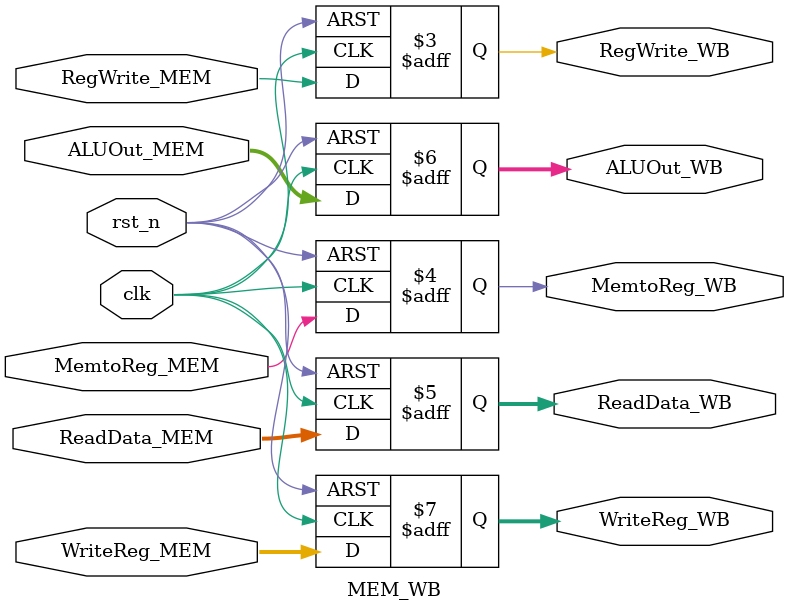
<source format=v>
`timescale 1ns / 1ps

module MEM_WB(
    input clk,
    input rst_n,
    input RegWrite_MEM,
    input MemtoReg_MEM,
    input [31:0] ReadData_MEM,
    input [31:0] ALUOut_MEM,
    input [4:0] WriteReg_MEM,
    output reg RegWrite_WB,
    output reg MemtoReg_WB,
    output reg [31:0] ReadData_WB,
    output reg [31:0] ALUOut_WB,
    output reg [4:0] WriteReg_WB
);

always@(posedge clk or negedge rst_n) begin
    if(~rst_n) begin
        RegWrite_WB <= 0;
        MemtoReg_WB <= 0;
        ReadData_WB <= 0;
        ALUOut_WB <= 0;
        WriteReg_WB <= 0;
    end
    else begin
        RegWrite_WB <= RegWrite_MEM;
        MemtoReg_WB <= MemtoReg_MEM;
        ReadData_WB <= ReadData_MEM;
        ALUOut_WB <= ALUOut_MEM;
        WriteReg_WB <= WriteReg_MEM; 
    end
end

endmodule
</source>
